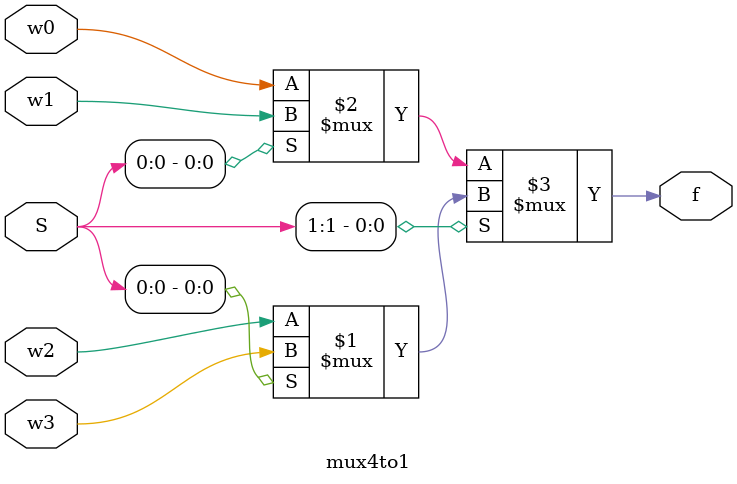
<source format=v>
module mux4to1 (w0, w1, w2, w3, S, f);
	input w0, w1, w2, w3;
	input [1:0] S;
	output f;
	
	assign f = S[1] ? (S[0] ? w3 : w2) : (S[0] ? w1 : w0);
	
endmodule 
</source>
